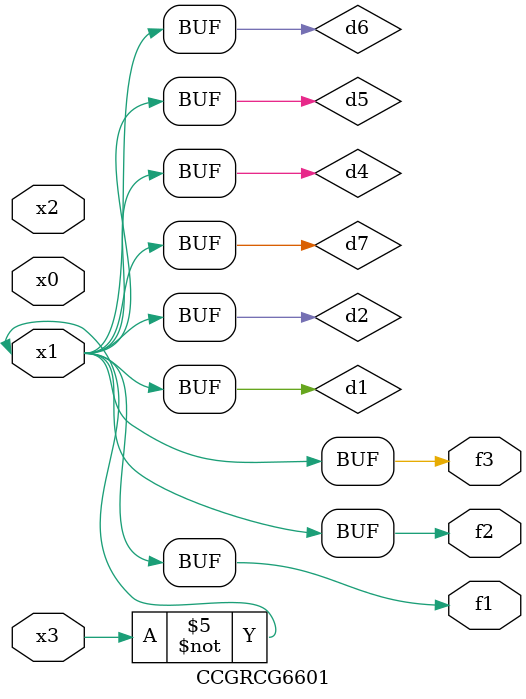
<source format=v>
module CCGRCG6601(
	input x0, x1, x2, x3,
	output f1, f2, f3
);

	wire d1, d2, d3, d4, d5, d6, d7;

	not (d1, x3);
	buf (d2, x1);
	xnor (d3, d1, d2);
	nor (d4, d1);
	buf (d5, d1, d2);
	buf (d6, d4, d5);
	nand (d7, d4);
	assign f1 = d6;
	assign f2 = d7;
	assign f3 = d6;
endmodule

</source>
